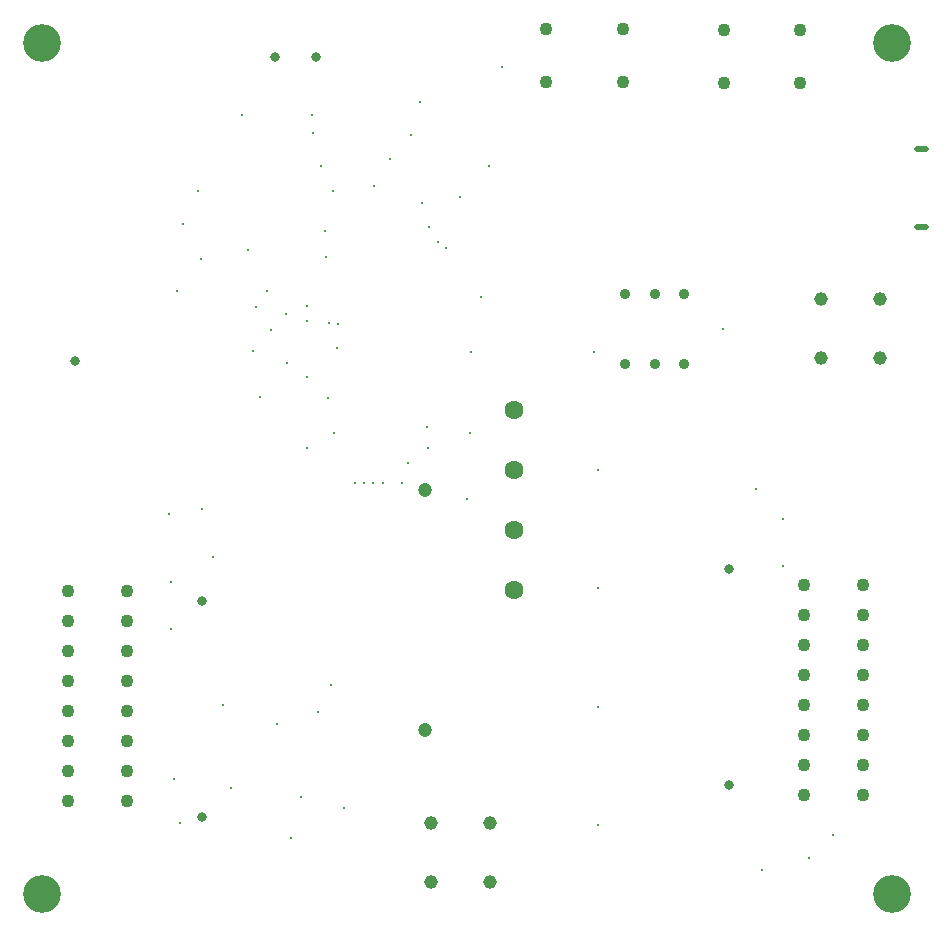
<source format=gbr>
%TF.GenerationSoftware,KiCad,Pcbnew,8.0.8+1*%
%TF.CreationDate,2025-01-29T22:05:02+00:00*%
%TF.ProjectId,dcclicht,6463636c-6963-4687-942e-6b696361645f,rev?*%
%TF.SameCoordinates,Original*%
%TF.FileFunction,Plated,1,2,PTH,Mixed*%
%TF.FilePolarity,Positive*%
%FSLAX46Y46*%
G04 Gerber Fmt 4.6, Leading zero omitted, Abs format (unit mm)*
G04 Created by KiCad (PCBNEW 8.0.8+1) date 2025-01-29 22:05:02*
%MOMM*%
%LPD*%
G01*
G04 APERTURE LIST*
%TA.AperFunction,ViaDrill*%
%ADD10C,0.300000*%
%TD*%
G04 aperture for slot hole*
%TA.AperFunction,ComponentDrill*%
%ADD11C,0.500000*%
%TD*%
%TA.AperFunction,ViaDrill*%
%ADD12C,0.800000*%
%TD*%
%TA.AperFunction,ComponentDrill*%
%ADD13C,0.800000*%
%TD*%
%TA.AperFunction,ComponentDrill*%
%ADD14C,0.900000*%
%TD*%
%TA.AperFunction,ComponentDrill*%
%ADD15C,1.100000*%
%TD*%
%TA.AperFunction,ComponentDrill*%
%ADD16C,1.150000*%
%TD*%
%TA.AperFunction,ComponentDrill*%
%ADD17C,1.200000*%
%TD*%
%TA.AperFunction,ComponentDrill*%
%ADD18C,1.600000*%
%TD*%
%TA.AperFunction,ComponentDrill*%
%ADD19C,3.200000*%
%TD*%
G04 APERTURE END LIST*
D10*
X124800000Y-103800000D03*
X125000000Y-109600000D03*
X125000000Y-113600000D03*
X125250000Y-126250000D03*
X125500000Y-85000000D03*
X125750000Y-130000000D03*
X126000000Y-79250000D03*
X127250000Y-76500000D03*
X127500000Y-82250000D03*
X127600000Y-103400000D03*
X128500000Y-107500000D03*
X129400000Y-120000000D03*
X130000000Y-127000000D03*
X130937651Y-70100000D03*
X131500000Y-81500000D03*
X131900000Y-90000000D03*
X132175000Y-86275000D03*
X132500000Y-93900000D03*
X133125000Y-84975000D03*
X133400000Y-88300000D03*
X133900000Y-121600000D03*
X134700000Y-86900000D03*
X134775000Y-91027308D03*
X135100000Y-131300000D03*
X136000000Y-127800000D03*
X136500000Y-86250000D03*
X136500000Y-87500000D03*
X136500000Y-92250000D03*
X136500000Y-98250000D03*
X136900000Y-70100000D03*
X137000000Y-71600000D03*
X137400000Y-120600000D03*
X137700000Y-74400000D03*
X138000000Y-79900000D03*
X138079440Y-82079440D03*
X138250000Y-94000000D03*
X138300000Y-87700000D03*
X138500000Y-118300000D03*
X138700000Y-76500000D03*
X138750000Y-97000000D03*
X139000000Y-89750000D03*
X139125000Y-87723527D03*
X139600000Y-128700000D03*
X140500000Y-101250000D03*
X141300000Y-101250000D03*
X142100000Y-101250000D03*
X142125000Y-76100000D03*
X142900000Y-101250000D03*
X143500000Y-73750000D03*
X144500000Y-101250000D03*
X145000000Y-99500000D03*
X145250000Y-71750000D03*
X146000000Y-69000000D03*
X146200000Y-77500000D03*
X146600000Y-96500000D03*
X146750000Y-98250000D03*
X146800000Y-79500000D03*
X147606498Y-80825000D03*
X148246851Y-81325000D03*
X149400000Y-77000000D03*
X149980331Y-102580331D03*
X150300000Y-97000000D03*
X150400000Y-90100000D03*
X151200000Y-85500000D03*
X151900000Y-74400000D03*
X153000000Y-66000000D03*
X160800000Y-90100000D03*
X161100000Y-100100000D03*
X161100000Y-110100000D03*
X161100000Y-120200000D03*
X161100000Y-130200000D03*
X171700000Y-88200000D03*
X174500000Y-101750000D03*
X175000000Y-134000000D03*
X176750000Y-104250000D03*
X176750000Y-108250000D03*
X179000000Y-133000000D03*
X181000000Y-131000000D03*
D11*
%TO.C,J301*%
X188145000Y-72900000D02*
X188845000Y-72900000D01*
X188145000Y-79500000D02*
X188845000Y-79500000D01*
%TD*%
D12*
X116800000Y-90850000D03*
X127567960Y-111200000D03*
X127567960Y-129500000D03*
X172200000Y-108525000D03*
X172200000Y-126825000D03*
D13*
%TO.C,C110*%
X133775000Y-65175000D03*
X137275000Y-65175000D03*
D14*
%TO.C,SW101*%
X163422500Y-85172500D03*
X163422500Y-91172500D03*
X165922500Y-85172500D03*
X165922500Y-91172500D03*
X168422500Y-85172500D03*
X168422500Y-91172500D03*
D15*
%TO.C,J202*%
X116250000Y-110380000D03*
X116250000Y-112920000D03*
X116250000Y-115460000D03*
X116250000Y-118000000D03*
X116250000Y-120540000D03*
X116250000Y-123080000D03*
X116250000Y-125620000D03*
X116250000Y-128160000D03*
X121250000Y-110380000D03*
X121250000Y-112920000D03*
X121250000Y-115460000D03*
X121250000Y-118000000D03*
X121250000Y-120540000D03*
X121250000Y-123080000D03*
X121250000Y-125620000D03*
X121250000Y-128160000D03*
%TO.C,SW102*%
X156750000Y-62750000D03*
X156750000Y-67250000D03*
X163250000Y-62750000D03*
X163250000Y-67250000D03*
%TO.C,SW103*%
X171750000Y-62850000D03*
X171750000Y-67350000D03*
X178250000Y-62850000D03*
X178250000Y-67350000D03*
%TO.C,J201*%
X178517960Y-109830000D03*
X178517960Y-112370000D03*
X178517960Y-114910000D03*
X178517960Y-117450000D03*
X178517960Y-119990000D03*
X178517960Y-122530000D03*
X178517960Y-125070000D03*
X178517960Y-127610000D03*
X183517960Y-109830000D03*
X183517960Y-112370000D03*
X183517960Y-114910000D03*
X183517960Y-117450000D03*
X183517960Y-119990000D03*
X183517960Y-122530000D03*
X183517960Y-125070000D03*
X183517960Y-127610000D03*
D16*
%TO.C,J101*%
X147000000Y-130000000D03*
X147000000Y-135000000D03*
X152000000Y-130000000D03*
X152000000Y-135000000D03*
%TO.C,J103*%
X180000000Y-85650000D03*
X180000000Y-90650000D03*
X185000000Y-85650000D03*
X185000000Y-90650000D03*
D17*
%TO.C,R108*%
X146500000Y-101840000D03*
X146500000Y-122160000D03*
D18*
%TO.C,D102*%
X154000000Y-95000000D03*
X154000000Y-100080000D03*
X154000000Y-105160000D03*
X154000000Y-110240000D03*
D19*
%TO.C,H101*%
X114000000Y-64000000D03*
%TO.C,H104*%
X114000000Y-136000000D03*
%TO.C,H102*%
X186000000Y-64000000D03*
%TO.C,H103*%
X186000000Y-136000000D03*
M02*

</source>
